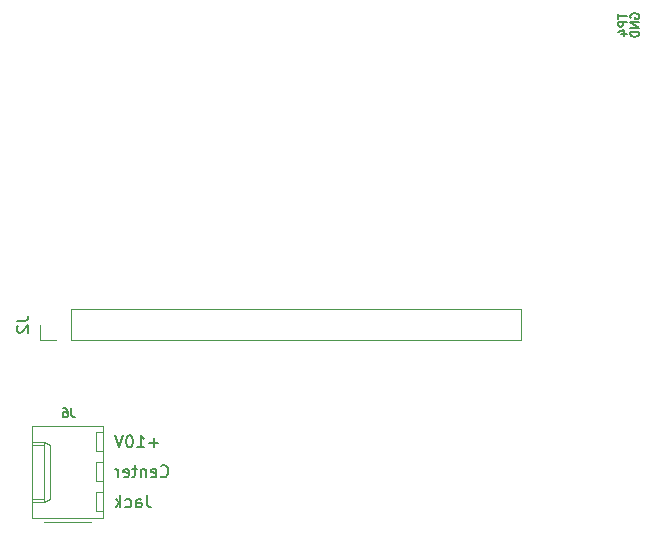
<source format=gbo>
G04 #@! TF.GenerationSoftware,KiCad,Pcbnew,6.0.1-79c1e3a40b~116~ubuntu20.04.1*
G04 #@! TF.CreationDate,2022-01-29T19:42:52-05:00*
G04 #@! TF.ProjectId,attenuverters_front,61747465-6e75-4766-9572-746572735f66,rev?*
G04 #@! TF.SameCoordinates,Original*
G04 #@! TF.FileFunction,Legend,Bot*
G04 #@! TF.FilePolarity,Positive*
%FSLAX46Y46*%
G04 Gerber Fmt 4.6, Leading zero omitted, Abs format (unit mm)*
G04 Created by KiCad (PCBNEW 6.0.1-79c1e3a40b~116~ubuntu20.04.1) date 2022-01-29 19:42:52*
%MOMM*%
%LPD*%
G01*
G04 APERTURE LIST*
%ADD10C,0.150000*%
%ADD11C,0.120000*%
G04 APERTURE END LIST*
D10*
X139669403Y-145491425D02*
X138907499Y-145491425D01*
X139288451Y-145872377D02*
X139288451Y-145110473D01*
X137907499Y-145872377D02*
X138478927Y-145872377D01*
X138193213Y-145872377D02*
X138193213Y-144872377D01*
X138288451Y-145015235D01*
X138383689Y-145110473D01*
X138478927Y-145158092D01*
X137288451Y-144872377D02*
X137193213Y-144872377D01*
X137097975Y-144919997D01*
X137050356Y-144967616D01*
X137002737Y-145062854D01*
X136955118Y-145253330D01*
X136955118Y-145491425D01*
X137002737Y-145681901D01*
X137050356Y-145777139D01*
X137097975Y-145824758D01*
X137193213Y-145872377D01*
X137288451Y-145872377D01*
X137383689Y-145824758D01*
X137431308Y-145777139D01*
X137478927Y-145681901D01*
X137526546Y-145491425D01*
X137526546Y-145253330D01*
X137478927Y-145062854D01*
X137431308Y-144967616D01*
X137383689Y-144919997D01*
X137288451Y-144872377D01*
X136669403Y-144872377D02*
X136336070Y-145872377D01*
X136002737Y-144872377D01*
X138717022Y-149952377D02*
X138717022Y-150666663D01*
X138764641Y-150809520D01*
X138859879Y-150904758D01*
X139002737Y-150952377D01*
X139097975Y-150952377D01*
X137812260Y-150952377D02*
X137812260Y-150428568D01*
X137859879Y-150333330D01*
X137955118Y-150285711D01*
X138145594Y-150285711D01*
X138240832Y-150333330D01*
X137812260Y-150904758D02*
X137907499Y-150952377D01*
X138145594Y-150952377D01*
X138240832Y-150904758D01*
X138288451Y-150809520D01*
X138288451Y-150714282D01*
X138240832Y-150619044D01*
X138145594Y-150571425D01*
X137907499Y-150571425D01*
X137812260Y-150523806D01*
X136907499Y-150904758D02*
X137002737Y-150952377D01*
X137193213Y-150952377D01*
X137288451Y-150904758D01*
X137336070Y-150857139D01*
X137383689Y-150761901D01*
X137383689Y-150476187D01*
X137336070Y-150380949D01*
X137288451Y-150333330D01*
X137193213Y-150285711D01*
X137002737Y-150285711D01*
X136907499Y-150333330D01*
X136478927Y-150952377D02*
X136478927Y-149952377D01*
X136383689Y-150571425D02*
X136097975Y-150952377D01*
X136097975Y-150285711D02*
X136478927Y-150666663D01*
X139907499Y-148317139D02*
X139955118Y-148364758D01*
X140097975Y-148412377D01*
X140193213Y-148412377D01*
X140336070Y-148364758D01*
X140431308Y-148269520D01*
X140478927Y-148174282D01*
X140526546Y-147983806D01*
X140526546Y-147840949D01*
X140478927Y-147650473D01*
X140431308Y-147555235D01*
X140336070Y-147459997D01*
X140193213Y-147412377D01*
X140097975Y-147412377D01*
X139955118Y-147459997D01*
X139907499Y-147507616D01*
X139097975Y-148364758D02*
X139193213Y-148412377D01*
X139383689Y-148412377D01*
X139478927Y-148364758D01*
X139526546Y-148269520D01*
X139526546Y-147888568D01*
X139478927Y-147793330D01*
X139383689Y-147745711D01*
X139193213Y-147745711D01*
X139097975Y-147793330D01*
X139050356Y-147888568D01*
X139050356Y-147983806D01*
X139526546Y-148079044D01*
X138621784Y-147745711D02*
X138621784Y-148412377D01*
X138621784Y-147840949D02*
X138574165Y-147793330D01*
X138478927Y-147745711D01*
X138336070Y-147745711D01*
X138240832Y-147793330D01*
X138193213Y-147888568D01*
X138193213Y-148412377D01*
X137859879Y-147745711D02*
X137478927Y-147745711D01*
X137717022Y-147412377D02*
X137717022Y-148269520D01*
X137669403Y-148364758D01*
X137574165Y-148412377D01*
X137478927Y-148412377D01*
X136764641Y-148364758D02*
X136859879Y-148412377D01*
X137050356Y-148412377D01*
X137145594Y-148364758D01*
X137193213Y-148269520D01*
X137193213Y-147888568D01*
X137145594Y-147793330D01*
X137050356Y-147745711D01*
X136859879Y-147745711D01*
X136764641Y-147793330D01*
X136717022Y-147888568D01*
X136717022Y-147983806D01*
X137193213Y-148079044D01*
X136288451Y-148412377D02*
X136288451Y-147745711D01*
X136288451Y-147936187D02*
X136240832Y-147840949D01*
X136193213Y-147793330D01*
X136097975Y-147745711D01*
X136002737Y-147745711D01*
G04 #@! TO.C,TP4*
X178621284Y-109183568D02*
X178621284Y-109612139D01*
X179371284Y-109397854D02*
X178621284Y-109397854D01*
X179371284Y-109862139D02*
X178621284Y-109862139D01*
X178621284Y-110147854D01*
X178656999Y-110219282D01*
X178692713Y-110254997D01*
X178764141Y-110290711D01*
X178871284Y-110290711D01*
X178942713Y-110254997D01*
X178978427Y-110219282D01*
X179014141Y-110147854D01*
X179014141Y-109862139D01*
X178871284Y-110933568D02*
X179371284Y-110933568D01*
X178585570Y-110754997D02*
X179121284Y-110576425D01*
X179121284Y-111040711D01*
X179672999Y-109558568D02*
X179637284Y-109487139D01*
X179637284Y-109379997D01*
X179672999Y-109272854D01*
X179744427Y-109201425D01*
X179815856Y-109165711D01*
X179958713Y-109129997D01*
X180065856Y-109129997D01*
X180208713Y-109165711D01*
X180280141Y-109201425D01*
X180351570Y-109272854D01*
X180387284Y-109379997D01*
X180387284Y-109451425D01*
X180351570Y-109558568D01*
X180315856Y-109594282D01*
X180065856Y-109594282D01*
X180065856Y-109451425D01*
X180387284Y-109915711D02*
X179637284Y-109915711D01*
X180387284Y-110344282D01*
X179637284Y-110344282D01*
X180387284Y-110701425D02*
X179637284Y-110701425D01*
X179637284Y-110879997D01*
X179672999Y-110987139D01*
X179744427Y-111058568D01*
X179815856Y-111094282D01*
X179958713Y-111129997D01*
X180065856Y-111129997D01*
X180208713Y-111094282D01*
X180280141Y-111058568D01*
X180351570Y-110987139D01*
X180387284Y-110879997D01*
X180387284Y-110701425D01*
G04 #@! TO.C,J2*
X127682379Y-135166663D02*
X128396665Y-135166663D01*
X128539522Y-135119044D01*
X128634760Y-135023806D01*
X128682379Y-134880949D01*
X128682379Y-134785711D01*
X127777618Y-135595235D02*
X127729999Y-135642854D01*
X127682379Y-135738092D01*
X127682379Y-135976187D01*
X127729999Y-136071425D01*
X127777618Y-136119044D01*
X127872856Y-136166663D01*
X127968094Y-136166663D01*
X128110951Y-136119044D01*
X128682379Y-135547616D01*
X128682379Y-136166663D01*
G04 #@! TO.C,J6*
X132329999Y-142589282D02*
X132329999Y-143124997D01*
X132365713Y-143232139D01*
X132437141Y-143303568D01*
X132544284Y-143339282D01*
X132615713Y-143339282D01*
X131651427Y-142589282D02*
X131794284Y-142589282D01*
X131865713Y-142624997D01*
X131901427Y-142660711D01*
X131972856Y-142767854D01*
X132008570Y-142910711D01*
X132008570Y-143196425D01*
X131972856Y-143267854D01*
X131937141Y-143303568D01*
X131865713Y-143339282D01*
X131722856Y-143339282D01*
X131651427Y-143303568D01*
X131615713Y-143267854D01*
X131579999Y-143196425D01*
X131579999Y-143017854D01*
X131615713Y-142946425D01*
X131651427Y-142910711D01*
X131722856Y-142874997D01*
X131865713Y-142874997D01*
X131937141Y-142910711D01*
X131972856Y-142946425D01*
X132008570Y-143017854D01*
D11*
G04 #@! TO.C,J2*
X132269999Y-134169997D02*
X170429999Y-134169997D01*
X129669999Y-135499997D02*
X129669999Y-136829997D01*
X129669999Y-136829997D02*
X130999999Y-136829997D01*
X132269999Y-136829997D02*
X170429999Y-136829997D01*
X132269999Y-134169997D02*
X132269999Y-136829997D01*
X170429999Y-134169997D02*
X170429999Y-136829997D01*
G04 #@! TO.C,J6*
X134429999Y-146219997D02*
X134429999Y-144619997D01*
X134429999Y-147159997D02*
X135029999Y-147159997D01*
X129009999Y-150249997D02*
X130009999Y-150249997D01*
X130009999Y-145419997D02*
X129009999Y-145419997D01*
X134429999Y-149699997D02*
X135029999Y-149699997D01*
X130539999Y-145669997D02*
X130009999Y-145419997D01*
X134429999Y-151299997D02*
X134429999Y-149699997D01*
X135029999Y-151299997D02*
X134429999Y-151299997D01*
X135029999Y-148759997D02*
X134429999Y-148759997D01*
X135029999Y-144039997D02*
X135029999Y-151879997D01*
X134429999Y-144619997D02*
X135029999Y-144619997D01*
X134429999Y-148759997D02*
X134429999Y-147159997D01*
X130009999Y-150499997D02*
X130009999Y-145419997D01*
X135029999Y-151879997D02*
X129009999Y-151879997D01*
X129009999Y-150499997D02*
X130009999Y-150499997D01*
X133999999Y-152169997D02*
X129999999Y-152169997D01*
X129009999Y-144039997D02*
X135029999Y-144039997D01*
X130009999Y-150499997D02*
X130539999Y-150249997D01*
X130539999Y-150249997D02*
X130539999Y-145669997D01*
X129009999Y-151879997D02*
X129009999Y-144039997D01*
X129009999Y-145669997D02*
X130009999Y-145669997D01*
X135029999Y-146219997D02*
X134429999Y-146219997D01*
G04 #@! TD*
M02*

</source>
